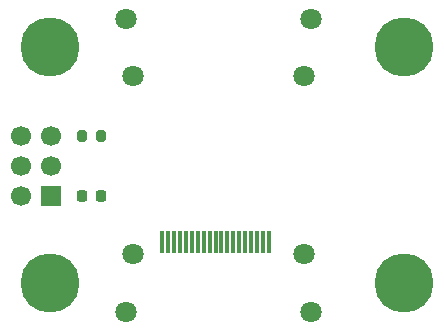
<source format=gbr>
%TF.GenerationSoftware,KiCad,Pcbnew,9.0.6*%
%TF.CreationDate,2025-12-18T20:09:52-08:00*%
%TF.ProjectId,hdmi,68646d69-2e6b-4696-9361-645f70636258,rev?*%
%TF.SameCoordinates,Original*%
%TF.FileFunction,Soldermask,Bot*%
%TF.FilePolarity,Negative*%
%FSLAX46Y46*%
G04 Gerber Fmt 4.6, Leading zero omitted, Abs format (unit mm)*
G04 Created by KiCad (PCBNEW 9.0.6) date 2025-12-18 20:09:52*
%MOMM*%
%LPD*%
G01*
G04 APERTURE LIST*
G04 Aperture macros list*
%AMRoundRect*
0 Rectangle with rounded corners*
0 $1 Rounding radius*
0 $2 $3 $4 $5 $6 $7 $8 $9 X,Y pos of 4 corners*
0 Add a 4 corners polygon primitive as box body*
4,1,4,$2,$3,$4,$5,$6,$7,$8,$9,$2,$3,0*
0 Add four circle primitives for the rounded corners*
1,1,$1+$1,$2,$3*
1,1,$1+$1,$4,$5*
1,1,$1+$1,$6,$7*
1,1,$1+$1,$8,$9*
0 Add four rect primitives between the rounded corners*
20,1,$1+$1,$2,$3,$4,$5,0*
20,1,$1+$1,$4,$5,$6,$7,0*
20,1,$1+$1,$6,$7,$8,$9,0*
20,1,$1+$1,$8,$9,$2,$3,0*%
G04 Aperture macros list end*
%ADD10C,5.000000*%
%ADD11C,1.800000*%
%ADD12RoundRect,0.218750X-0.218750X-0.256250X0.218750X-0.256250X0.218750X0.256250X-0.218750X0.256250X0*%
%ADD13R,1.700000X1.700000*%
%ADD14C,1.700000*%
%ADD15RoundRect,0.200000X-0.200000X-0.275000X0.200000X-0.275000X0.200000X0.275000X-0.200000X0.275000X0*%
%ADD16R,0.300000X1.900000*%
G04 APERTURE END LIST*
D10*
%TO.C,H2*%
X150000000Y-80000000D03*
%TD*%
%TO.C,H4*%
X150000000Y-100000000D03*
%TD*%
%TO.C,H1*%
X120000000Y-80000000D03*
%TD*%
D11*
%TO.C,J1*%
X142100000Y-77600000D03*
X141500000Y-82500000D03*
X127000000Y-82500000D03*
X126400000Y-77600000D03*
%TD*%
D10*
%TO.C,H3*%
X120000000Y-100000000D03*
%TD*%
D12*
%TO.C,D2*%
X122732500Y-92600000D03*
X124307500Y-92600000D03*
%TD*%
D13*
%TO.C,J3*%
X120040000Y-92580000D03*
D14*
X117500000Y-92580000D03*
X120040000Y-90040000D03*
X117500000Y-90040000D03*
X120040000Y-87500000D03*
X117500000Y-87500000D03*
%TD*%
D15*
%TO.C,R2*%
X122675000Y-87500000D03*
X124325000Y-87500000D03*
%TD*%
D16*
%TO.C,J2*%
X129500000Y-96500000D03*
X130000000Y-96500000D03*
X130500000Y-96500000D03*
X131000000Y-96500000D03*
X131500000Y-96500000D03*
X132000000Y-96500000D03*
X132500000Y-96500000D03*
X133000000Y-96500000D03*
X133500000Y-96500000D03*
X134000000Y-96500000D03*
X134500000Y-96500000D03*
X135000000Y-96500000D03*
X135500000Y-96500000D03*
X136000000Y-96500000D03*
X136500000Y-96500000D03*
X137000000Y-96500000D03*
X137500000Y-96500000D03*
X138000000Y-96500000D03*
X138500000Y-96500000D03*
D11*
X142100000Y-102400000D03*
X141500000Y-97500000D03*
X127000000Y-97500000D03*
X126400000Y-102400000D03*
%TD*%
M02*

</source>
